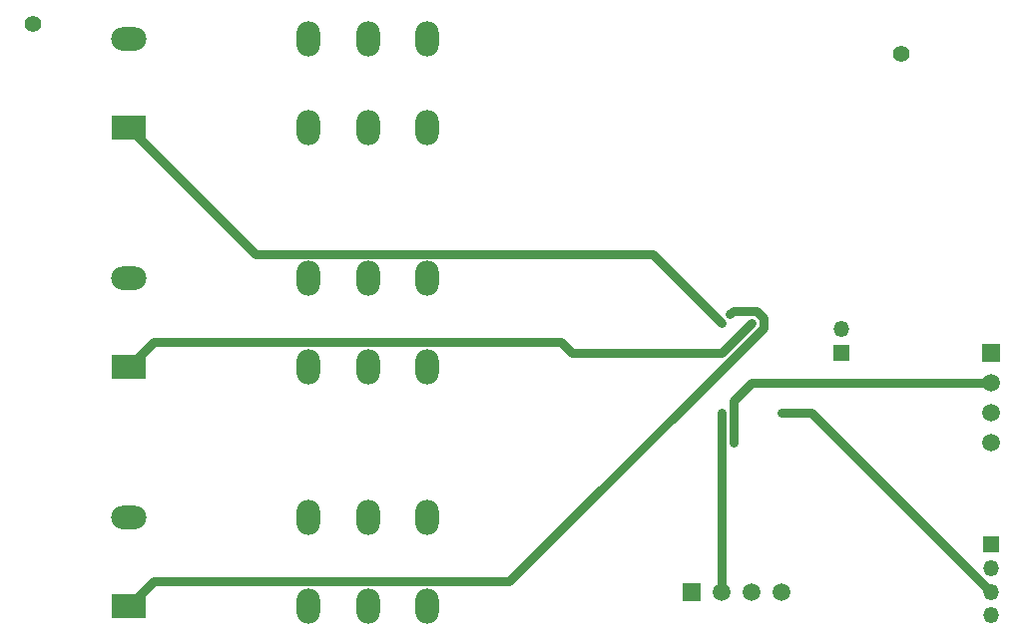
<source format=gbr>
%TF.GenerationSoftware,KiCad,Pcbnew,7.0.9*%
%TF.CreationDate,2023-12-03T00:18:19-03:00*%
%TF.ProjectId,E3,45332e6b-6963-4616-945f-706362585858,rev?*%
%TF.SameCoordinates,Original*%
%TF.FileFunction,Copper,L4,Bot*%
%TF.FilePolarity,Positive*%
%FSLAX46Y46*%
G04 Gerber Fmt 4.6, Leading zero omitted, Abs format (unit mm)*
G04 Created by KiCad (PCBNEW 7.0.9) date 2023-12-03 00:18:19*
%MOMM*%
%LPD*%
G01*
G04 APERTURE LIST*
%TA.AperFunction,ComponentPad*%
%ADD10C,1.400000*%
%TD*%
%TA.AperFunction,ComponentPad*%
%ADD11R,1.500000X1.500000*%
%TD*%
%TA.AperFunction,ComponentPad*%
%ADD12C,1.500000*%
%TD*%
%TA.AperFunction,ComponentPad*%
%ADD13O,2.000000X3.000000*%
%TD*%
%TA.AperFunction,ComponentPad*%
%ADD14R,3.000000X2.000000*%
%TD*%
%TA.AperFunction,ComponentPad*%
%ADD15O,3.000000X2.000000*%
%TD*%
%TA.AperFunction,ComponentPad*%
%ADD16R,1.350000X1.350000*%
%TD*%
%TA.AperFunction,ComponentPad*%
%ADD17O,1.350000X1.350000*%
%TD*%
%TA.AperFunction,Conductor*%
%ADD18C,0.800000*%
%TD*%
G04 APERTURE END LIST*
D10*
%TO.P,REF\u002A\u002A,1*%
%TO.N,N/C*%
X157480000Y-45720000D03*
%TD*%
%TO.P,REF\u002A\u002A,1*%
%TO.N,N/C*%
X83820000Y-43180000D03*
%TD*%
D11*
%TO.P,U3,1,VDD*%
%TO.N,Net-(BT1-+)*%
X165100000Y-71120000D03*
D12*
%TO.P,U3,2,DATA*%
%TO.N,Net-(U1-PB1)*%
X165100000Y-73660000D03*
%TO.P,U3,3,NC*%
%TO.N,unconnected-(U3-NC-Pad3)*%
X165100000Y-76200000D03*
%TO.P,U3,4,GND*%
%TO.N,Earth*%
X165100000Y-78740000D03*
%TD*%
D11*
%TO.P,U2,1,VDD*%
%TO.N,Net-(BT1-+)*%
X139700000Y-91440000D03*
D12*
%TO.P,U2,2,DATA*%
%TO.N,Net-(U1-PB0)*%
X142240000Y-91440000D03*
%TO.P,U2,3,NC*%
%TO.N,unconnected-(U2-NC-Pad3)*%
X144780000Y-91440000D03*
%TO.P,U2,4,GND*%
%TO.N,Earth*%
X147320000Y-91440000D03*
%TD*%
D13*
%TO.P,K3,11*%
%TO.N,Net-(H4-Pad1)*%
X112290000Y-92650000D03*
X112290000Y-85150000D03*
%TO.P,K3,12*%
%TO.N,Net-(K3-Pad12)*%
X107250000Y-92650000D03*
X107250000Y-85150000D03*
%TO.P,K3,14*%
%TO.N,Net-(H3-Pad1)*%
X117330000Y-92650000D03*
X117330000Y-85150000D03*
D14*
%TO.P,K3,A1*%
%TO.N,Net-(U1-PC5)*%
X91990000Y-92650000D03*
D15*
%TO.P,K3,A2*%
%TO.N,Net-(BT1--)*%
X91990000Y-85150000D03*
%TD*%
D13*
%TO.P,K2,11*%
%TO.N,Net-(H2-Pad1)*%
X112290000Y-72330000D03*
X112290000Y-64830000D03*
%TO.P,K2,12*%
%TO.N,Net-(K2-Pad12)*%
X107250000Y-72330000D03*
X107250000Y-64830000D03*
%TO.P,K2,14*%
%TO.N,Net-(H1-Pad1)*%
X117330000Y-72330000D03*
X117330000Y-64830000D03*
D14*
%TO.P,K2,A1*%
%TO.N,Net-(U1-PC3)*%
X91990000Y-72330000D03*
D15*
%TO.P,K2,A2*%
%TO.N,Net-(BT1--)*%
X91990000Y-64830000D03*
%TD*%
D13*
%TO.P,K1,11*%
%TO.N,Net-(H6-Pad1)*%
X112290000Y-52010000D03*
X112290000Y-44510000D03*
%TO.P,K1,12*%
%TO.N,Net-(K1-Pad12)*%
X107250000Y-52010000D03*
X107250000Y-44510000D03*
%TO.P,K1,14*%
%TO.N,Net-(H5-Pad1)*%
X117330000Y-52010000D03*
X117330000Y-44510000D03*
D14*
%TO.P,K1,A1*%
%TO.N,Net-(U1-PC4)*%
X91990000Y-52010000D03*
D15*
%TO.P,K1,A2*%
%TO.N,Net-(BT1--)*%
X91990000Y-44510000D03*
%TD*%
D16*
%TO.P,J5,1,Pin_1*%
%TO.N,Earth*%
X152400000Y-71120000D03*
D17*
%TO.P,J5,2,Pin_2*%
%TO.N,Net-(BT1-+)*%
X152400000Y-69120000D03*
%TD*%
D16*
%TO.P,J2,1,Pin_1*%
%TO.N,Net-(BT1-+)*%
X165100000Y-87440000D03*
D17*
%TO.P,J2,2,Pin_2*%
%TO.N,Earth*%
X165100000Y-89440000D03*
%TO.P,J2,3,Pin_3*%
%TO.N,Net-(J2-Pin_3)*%
X165100000Y-91440000D03*
%TO.P,J2,4,Pin_4*%
%TO.N,unconnected-(J2-Pin_4-Pad4)*%
X165100000Y-93440000D03*
%TD*%
D18*
%TO.N,Net-(U1-PC5)*%
X145194213Y-67579999D02*
X143240001Y-67579999D01*
X145780001Y-68165787D02*
X145194213Y-67579999D01*
X145780001Y-68994213D02*
X145780001Y-68165787D01*
X143240001Y-67579999D02*
X142947107Y-67872893D01*
X124224214Y-90550000D02*
X145780001Y-68994213D01*
X94090000Y-90550000D02*
X124224214Y-90550000D01*
X91990000Y-92650000D02*
X94090000Y-90550000D01*
%TO.N,Net-(U1-PC3)*%
X129540000Y-71120000D02*
X142240000Y-71120000D01*
X128650000Y-70230000D02*
X129540000Y-71120000D01*
X94090000Y-70230000D02*
X128650000Y-70230000D01*
X142240000Y-71120000D02*
X144780000Y-68580000D01*
X91990000Y-72330000D02*
X94090000Y-70230000D01*
%TO.N,Net-(U1-PC4)*%
X136390000Y-62730000D02*
X142240000Y-68580000D01*
X102710000Y-62730000D02*
X136390000Y-62730000D01*
X91990000Y-52010000D02*
X102710000Y-62730000D01*
%TO.N,Net-(U1-PB1)*%
X144780000Y-73660000D02*
X143240000Y-75200000D01*
X149860000Y-73660000D02*
X144780000Y-73660000D01*
X143240000Y-75200000D02*
X143240000Y-78740000D01*
X165100000Y-73660000D02*
X149860000Y-73660000D01*
%TO.N,Net-(J2-Pin_3)*%
X149860000Y-76200000D02*
X147320000Y-76200000D01*
X165100000Y-91440000D02*
X149860000Y-76200000D01*
%TO.N,Net-(U1-PB0)*%
X142240000Y-91440000D02*
X142240000Y-76200000D01*
%TD*%
M02*

</source>
